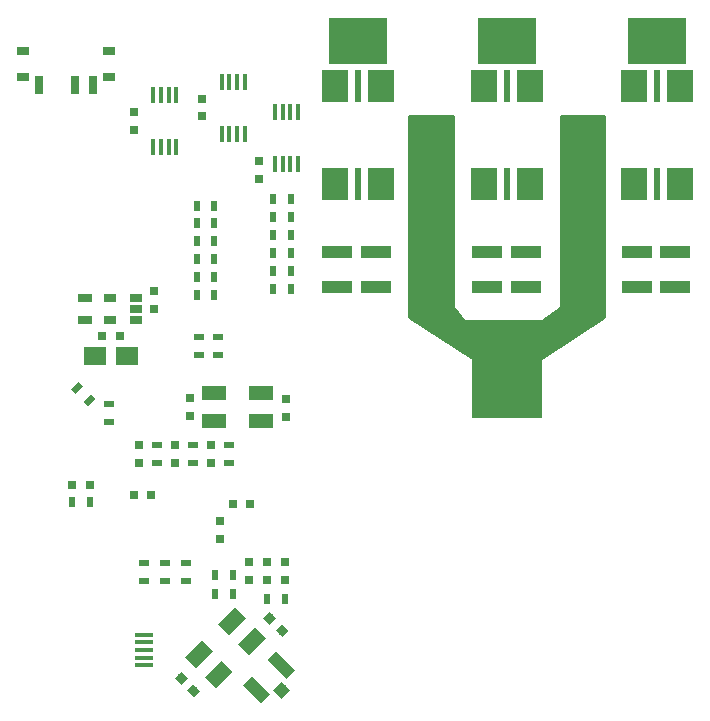
<source format=gbp>
%TF.GenerationSoftware,KiCad,Pcbnew,(5.1.4-0)*%
%TF.CreationDate,2019-11-16T13:15:52+08:00*%
%TF.ProjectId,VESC_6,56455343-5f36-42e6-9b69-6361645f7063,A*%
%TF.SameCoordinates,Original*%
%TF.FileFunction,Paste,Bot*%
%TF.FilePolarity,Positive*%
%FSLAX46Y46*%
G04 Gerber Fmt 4.6, Leading zero omitted, Abs format (unit mm)*
G04 Created by KiCad (PCBNEW (5.1.4-0)) date 2019-11-16 13:15:52*
%MOMM*%
%LPD*%
G04 APERTURE LIST*
%ADD10R,1.060000X0.650000*%
%ADD11R,1.000000X0.800000*%
%ADD12R,0.700000X1.500000*%
%ADD13R,1.300000X0.700000*%
%ADD14R,1.950000X1.500000*%
%ADD15R,0.450000X1.450000*%
%ADD16R,2.500000X1.000000*%
%ADD17R,0.797560X0.797560*%
%ADD18R,0.900000X0.500000*%
%ADD19R,0.500000X0.900000*%
%ADD20C,0.500000*%
%ADD21C,0.100000*%
%ADD22R,0.750000X0.800000*%
%ADD23R,0.800000X0.750000*%
%ADD24C,0.750000*%
%ADD25C,1.300000*%
%ADD26R,2.000000X1.300000*%
%ADD27R,1.500000X0.450000*%
%ADD28C,1.050000*%
%ADD29C,1.000000*%
%ADD30R,5.000000X4.000000*%
%ADD31R,6.000000X5.000000*%
%ADD32R,0.600000X2.700000*%
%ADD33R,2.300000X2.700000*%
%ADD34C,0.254000*%
G04 APERTURE END LIST*
D10*
X124135000Y-79300000D03*
X124135000Y-81200000D03*
X126335000Y-81200000D03*
X126335000Y-80250000D03*
X126335000Y-79300000D03*
D11*
X116746000Y-60592000D03*
X124046000Y-60592000D03*
X124046000Y-58392000D03*
X116746000Y-58392000D03*
D12*
X122646000Y-61242000D03*
X121146000Y-61242000D03*
X118146000Y-61242000D03*
D13*
X122047000Y-81200000D03*
X122047000Y-79300000D03*
D14*
X125603000Y-84201000D03*
X122853000Y-84201000D03*
D15*
X138090000Y-67986000D03*
X138740000Y-67986000D03*
X139390000Y-67986000D03*
X140040000Y-67986000D03*
X140040000Y-63586000D03*
X139390000Y-63586000D03*
X138740000Y-63586000D03*
X138090000Y-63586000D03*
X135518800Y-60995200D03*
X134868800Y-60995200D03*
X134218800Y-60995200D03*
X133568800Y-60995200D03*
X133568800Y-65395200D03*
X134218800Y-65395200D03*
X134868800Y-65395200D03*
X135518800Y-65395200D03*
X129740300Y-62138200D03*
X129090300Y-62138200D03*
X128440300Y-62138200D03*
X127790300Y-62138200D03*
X127790300Y-66538200D03*
X128440300Y-66538200D03*
X129090300Y-66538200D03*
X129740300Y-66538200D03*
D16*
X143383000Y-75398500D03*
X143383000Y-78398500D03*
X146685000Y-75398500D03*
X146685000Y-78398500D03*
X159385000Y-75398500D03*
X159385000Y-78398500D03*
X156083000Y-75398500D03*
X156083000Y-78398500D03*
X168783000Y-75398500D03*
X168783000Y-78398500D03*
X171958000Y-75398500D03*
X171958000Y-78398500D03*
D17*
X138942300Y-103156000D03*
X138942300Y-101657400D03*
X137414000Y-103187500D03*
X137414000Y-101688900D03*
X135890000Y-103187500D03*
X135890000Y-101688900D03*
D18*
X130556000Y-101739000D03*
X130556000Y-103239000D03*
X128778000Y-103239000D03*
X128778000Y-101739000D03*
X127004300Y-103227000D03*
X127004300Y-101727000D03*
D19*
X120916000Y-96583500D03*
X122416000Y-96583500D03*
X138926000Y-104775000D03*
X137426000Y-104775000D03*
X134531800Y-104343200D03*
X133031800Y-104343200D03*
X134531800Y-102743000D03*
X133031800Y-102743000D03*
D18*
X133281000Y-82619000D03*
X133281000Y-84119000D03*
X131684800Y-82630200D03*
X131684800Y-84130200D03*
D19*
X132966500Y-71501000D03*
X131466500Y-71501000D03*
X132966500Y-72961500D03*
X131466500Y-72961500D03*
X132966500Y-74485500D03*
X131466500Y-74485500D03*
X132966500Y-76009500D03*
X131466500Y-76009500D03*
X132966500Y-77533500D03*
X131466500Y-77533500D03*
X132966500Y-79057500D03*
X131466500Y-79057500D03*
D18*
X124002800Y-89789700D03*
X124002800Y-88289700D03*
D20*
X121326170Y-86909170D03*
D21*
G36*
X121821145Y-86767749D02*
G01*
X121184749Y-87404145D01*
X120831195Y-87050591D01*
X121467591Y-86414195D01*
X121821145Y-86767749D01*
X121821145Y-86767749D01*
G37*
D20*
X122386830Y-87969830D03*
D21*
G36*
X122881805Y-87828409D02*
G01*
X122245409Y-88464805D01*
X121891855Y-88111251D01*
X122528251Y-87474855D01*
X122881805Y-87828409D01*
X122881805Y-87828409D01*
G37*
D19*
X137922000Y-70929500D03*
X139422000Y-70929500D03*
X137921300Y-72466200D03*
X139421300Y-72466200D03*
X137934000Y-73977500D03*
X139434000Y-73977500D03*
X137934000Y-75501500D03*
X139434000Y-75501500D03*
X137934000Y-77025500D03*
X139434000Y-77025500D03*
X137934000Y-78549500D03*
X139434000Y-78549500D03*
D18*
X134239000Y-91782200D03*
X134239000Y-93282200D03*
X131191000Y-91782200D03*
X131191000Y-93282200D03*
X128143000Y-91782200D03*
X128143000Y-93282200D03*
D22*
X136779000Y-67703000D03*
X136779000Y-69203000D03*
D23*
X134505000Y-96774000D03*
X136005000Y-96774000D03*
X120903300Y-95135700D03*
X122403300Y-95135700D03*
D22*
X138988800Y-87845200D03*
X138988800Y-89345200D03*
D23*
X126123000Y-96012000D03*
X127623000Y-96012000D03*
D22*
X133477000Y-99695000D03*
X133477000Y-98195000D03*
X130937000Y-89269000D03*
X130937000Y-87769000D03*
X127889000Y-80252000D03*
X127889000Y-78752000D03*
X132715000Y-93282200D03*
X132715000Y-91782200D03*
X129667000Y-93282200D03*
X129667000Y-91782200D03*
X131953000Y-63920500D03*
X131953000Y-62420500D03*
X126174500Y-65087500D03*
X126174500Y-63587500D03*
X126619000Y-93282200D03*
X126619000Y-91782200D03*
D24*
X130152670Y-111483670D03*
D21*
G36*
X130700678Y-111501348D02*
G01*
X130170348Y-112031678D01*
X129604662Y-111465992D01*
X130134992Y-110935662D01*
X130700678Y-111501348D01*
X130700678Y-111501348D01*
G37*
D24*
X131213330Y-112544330D03*
D21*
G36*
X131761338Y-112562008D02*
G01*
X131231008Y-113092338D01*
X130665322Y-112526652D01*
X131195652Y-111996322D01*
X131761338Y-112562008D01*
X131761338Y-112562008D01*
G37*
D24*
X138706330Y-107464330D03*
D21*
G36*
X138158322Y-107446652D02*
G01*
X138688652Y-106916322D01*
X139254338Y-107482008D01*
X138724008Y-108012338D01*
X138158322Y-107446652D01*
X138158322Y-107446652D01*
G37*
D24*
X137645670Y-106403670D03*
D21*
G36*
X137097662Y-106385992D02*
G01*
X137627992Y-105855662D01*
X138193678Y-106421348D01*
X137663348Y-106951678D01*
X137097662Y-106385992D01*
X137097662Y-106385992D01*
G37*
D23*
X124956000Y-82550000D03*
X123456000Y-82550000D03*
D25*
X131646058Y-109480885D03*
D21*
G36*
X131398571Y-110647611D02*
G01*
X130479332Y-109728372D01*
X131893545Y-108314159D01*
X132812784Y-109233398D01*
X131398571Y-110647611D01*
X131398571Y-110647611D01*
G37*
D25*
X134474485Y-106652458D03*
D21*
G36*
X134226998Y-107819184D02*
G01*
X133307759Y-106899945D01*
X134721972Y-105485732D01*
X135641211Y-106404971D01*
X134226998Y-107819184D01*
X134226998Y-107819184D01*
G37*
D25*
X136171542Y-108349515D03*
D21*
G36*
X135924055Y-109516241D02*
G01*
X135004816Y-108597002D01*
X136419029Y-107182789D01*
X137338268Y-108102028D01*
X135924055Y-109516241D01*
X135924055Y-109516241D01*
G37*
D25*
X133343115Y-111177942D03*
D21*
G36*
X133095628Y-112344668D02*
G01*
X132176389Y-111425429D01*
X133590602Y-110011216D01*
X134509841Y-110930455D01*
X133095628Y-112344668D01*
X133095628Y-112344668D01*
G37*
D26*
X136906000Y-87339320D03*
X132906000Y-87339320D03*
X132906000Y-89739320D03*
X136906000Y-89739320D03*
D27*
X127000000Y-109100000D03*
X127000000Y-109750000D03*
X127000000Y-108450000D03*
X127000000Y-110400000D03*
X127000000Y-107800000D03*
D28*
X136543142Y-112467107D03*
D21*
G36*
X137692191Y-112873693D02*
G01*
X136949728Y-113616156D01*
X135394093Y-112060521D01*
X136136556Y-111318058D01*
X137692191Y-112873693D01*
X137692191Y-112873693D01*
G37*
D29*
X138664462Y-112502462D03*
D21*
G36*
X139389246Y-112520140D02*
G01*
X138682140Y-113227246D01*
X137939678Y-112484784D01*
X138646784Y-111777678D01*
X139389246Y-112520140D01*
X139389246Y-112520140D01*
G37*
D28*
X138629107Y-110381142D03*
D21*
G36*
X139778156Y-110787728D02*
G01*
X139035693Y-111530191D01*
X137480058Y-109974556D01*
X138222521Y-109232093D01*
X139778156Y-110787728D01*
X139778156Y-110787728D01*
G37*
D30*
X145114500Y-57531000D03*
X157734000Y-57531000D03*
X170434000Y-57531000D03*
D31*
X157734000Y-87000000D03*
D32*
X145116000Y-69682000D03*
X145116000Y-61382000D03*
D33*
X143166000Y-69682000D03*
X147066000Y-61382000D03*
X147066000Y-69682000D03*
X143166000Y-61382000D03*
D32*
X170434000Y-69682000D03*
X170434000Y-61382000D03*
D33*
X168484000Y-69682000D03*
X172384000Y-61382000D03*
X172384000Y-69682000D03*
X168484000Y-61382000D03*
D32*
X157734000Y-69682000D03*
X157734000Y-61382000D03*
D33*
X155784000Y-69682000D03*
X159684000Y-61382000D03*
X159684000Y-69682000D03*
X155784000Y-61382000D03*
D34*
G36*
X153162000Y-80010000D02*
G01*
X153164440Y-80034776D01*
X153171667Y-80058601D01*
X153188752Y-80087970D01*
X154077752Y-81230970D01*
X154094890Y-81249030D01*
X154115221Y-81263398D01*
X154137965Y-81273525D01*
X154162248Y-81279019D01*
X154178000Y-81280000D01*
X160655000Y-81280000D01*
X160679776Y-81277560D01*
X160703601Y-81270333D01*
X160731200Y-81254600D01*
X162255200Y-80111600D01*
X162273557Y-80094782D01*
X162288280Y-80074706D01*
X162298804Y-80052143D01*
X162304724Y-80027961D01*
X162306000Y-80010000D01*
X162306000Y-63881000D01*
X165989000Y-63881000D01*
X165989000Y-80956284D01*
X160491711Y-84454559D01*
X157862512Y-84423259D01*
X157837708Y-84425404D01*
X157813799Y-84432347D01*
X157791705Y-84443821D01*
X157777748Y-84455000D01*
X154976982Y-84455000D01*
X149479000Y-80956284D01*
X149479000Y-63881000D01*
X153162000Y-63881000D01*
X153162000Y-80010000D01*
X153162000Y-80010000D01*
G37*
X153162000Y-80010000D02*
X153164440Y-80034776D01*
X153171667Y-80058601D01*
X153188752Y-80087970D01*
X154077752Y-81230970D01*
X154094890Y-81249030D01*
X154115221Y-81263398D01*
X154137965Y-81273525D01*
X154162248Y-81279019D01*
X154178000Y-81280000D01*
X160655000Y-81280000D01*
X160679776Y-81277560D01*
X160703601Y-81270333D01*
X160731200Y-81254600D01*
X162255200Y-80111600D01*
X162273557Y-80094782D01*
X162288280Y-80074706D01*
X162298804Y-80052143D01*
X162304724Y-80027961D01*
X162306000Y-80010000D01*
X162306000Y-63881000D01*
X165989000Y-63881000D01*
X165989000Y-80956284D01*
X160491711Y-84454559D01*
X157862512Y-84423259D01*
X157837708Y-84425404D01*
X157813799Y-84432347D01*
X157791705Y-84443821D01*
X157777748Y-84455000D01*
X154976982Y-84455000D01*
X149479000Y-80956284D01*
X149479000Y-63881000D01*
X153162000Y-63881000D01*
X153162000Y-80010000D01*
M02*

</source>
